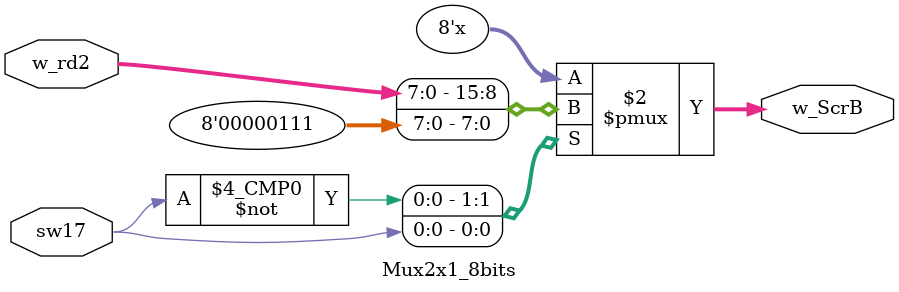
<source format=v>
module Mux2x1_8bits(
	input sw17,	// Entrada de 1 bit usada para selecionar qual entrada será passada para a saída      
   input [7:0] w_rd2, // Entrada de 8 bits que pode ser selecionada para a saída   
   output reg [7:0] w_ScrB // Saída de 8 bits que vai receber o valor com base na seleção 
);

	always @(*)
		begin
			case(sw17)
				1'b0: w_ScrB = w_rd2; // Se sw17 for 0, w_ScrB recebe o valor de w_rd2
				1'b1: w_ScrB = 8'h07; // Se sw17 for 1, w_ScrB recebe o valor constante 8'h07
			endcase
	end
endmodule

</source>
